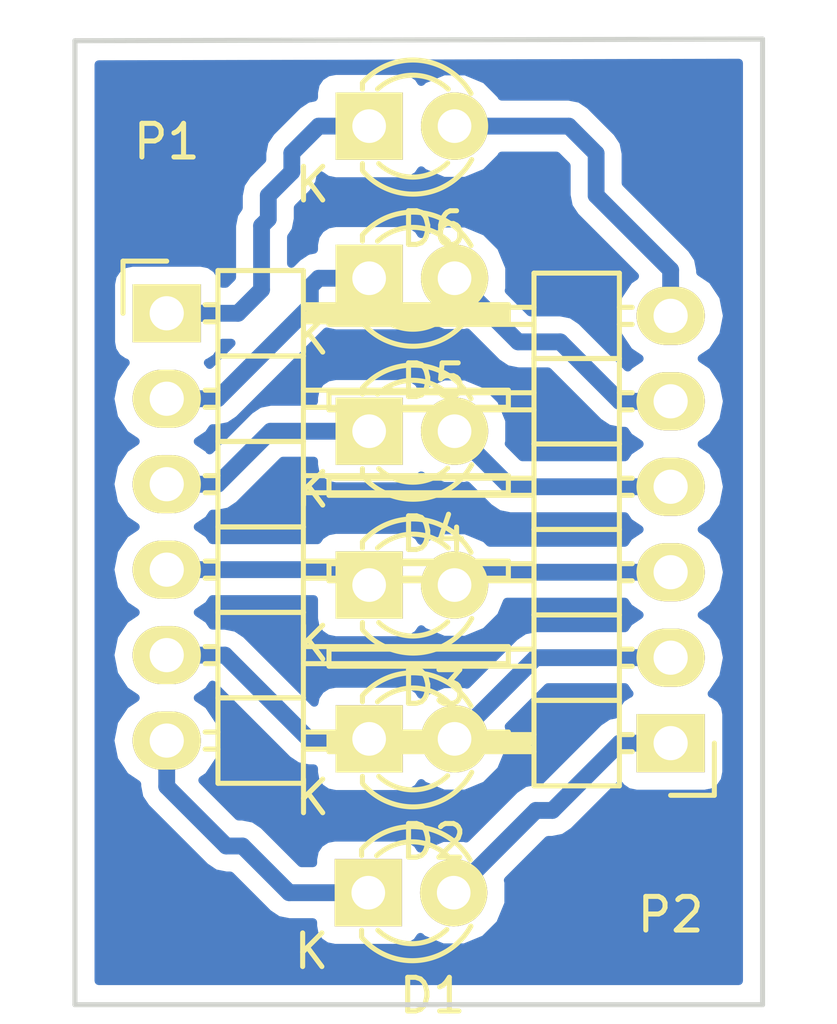
<source format=kicad_pcb>
(kicad_pcb (version 4) (host pcbnew "(2015-10-16 BZR 6271, Git 9aba2f2)-product")

  (general
    (links 12)
    (no_connects 0)
    (area 140.374999 91.774999 160.975001 120.625001)
    (thickness 1.6)
    (drawings 4)
    (tracks 47)
    (zones 0)
    (modules 8)
    (nets 13)
  )

  (page A4)
  (layers
    (0 F.Cu signal)
    (31 B.Cu signal)
    (32 B.Adhes user)
    (33 F.Adhes user)
    (34 B.Paste user)
    (35 F.Paste user)
    (36 B.SilkS user)
    (37 F.SilkS user)
    (38 B.Mask user)
    (39 F.Mask user)
    (40 Dwgs.User user)
    (41 Cmts.User user)
    (42 Eco1.User user)
    (43 Eco2.User user)
    (44 Edge.Cuts user)
    (45 Margin user)
    (46 B.CrtYd user)
    (47 F.CrtYd user)
    (48 B.Fab user)
    (49 F.Fab user)
  )

  (setup
    (last_trace_width 0.5)
    (user_trace_width 0.5)
    (trace_clearance 0.2)
    (zone_clearance 0.508)
    (zone_45_only no)
    (trace_min 0.2)
    (segment_width 0.2)
    (edge_width 0.15)
    (via_size 0.6)
    (via_drill 0.4)
    (via_min_size 0.4)
    (via_min_drill 0.3)
    (uvia_size 0.3)
    (uvia_drill 0.1)
    (uvias_allowed no)
    (uvia_min_size 0.2)
    (uvia_min_drill 0.1)
    (pcb_text_width 0.3)
    (pcb_text_size 1.5 1.5)
    (mod_edge_width 0.15)
    (mod_text_size 1 1)
    (mod_text_width 0.15)
    (pad_size 1.524 1.524)
    (pad_drill 0.762)
    (pad_to_mask_clearance 0.2)
    (aux_axis_origin 0 0)
    (visible_elements FFFFEF7F)
    (pcbplotparams
      (layerselection 0x010f0_80000001)
      (usegerberextensions false)
      (excludeedgelayer true)
      (linewidth 0.100000)
      (plotframeref false)
      (viasonmask false)
      (mode 1)
      (useauxorigin false)
      (hpglpennumber 1)
      (hpglpenspeed 20)
      (hpglpendiameter 15)
      (hpglpenoverlay 2)
      (psnegative false)
      (psa4output false)
      (plotreference true)
      (plotvalue true)
      (plotinvisibletext false)
      (padsonsilk false)
      (subtractmaskfromsilk false)
      (outputformat 1)
      (mirror false)
      (drillshape 0)
      (scaleselection 1)
      (outputdirectory /home/achmadi/Documents/To-Fabrikasi/led/drill_millimeter/))
  )

  (net 0 "")
  (net 1 "Net-(D1-Pad1)")
  (net 2 "Net-(D1-Pad2)")
  (net 3 "Net-(D2-Pad1)")
  (net 4 "Net-(D2-Pad2)")
  (net 5 "Net-(D3-Pad1)")
  (net 6 "Net-(D3-Pad2)")
  (net 7 "Net-(D4-Pad1)")
  (net 8 "Net-(D4-Pad2)")
  (net 9 "Net-(D5-Pad1)")
  (net 10 "Net-(D5-Pad2)")
  (net 11 "Net-(D6-Pad1)")
  (net 12 "Net-(D6-Pad2)")

  (net_class Default "This is the default net class."
    (clearance 0.2)
    (trace_width 0.25)
    (via_dia 0.6)
    (via_drill 0.4)
    (uvia_dia 0.3)
    (uvia_drill 0.1)
    (add_net "Net-(D1-Pad1)")
    (add_net "Net-(D1-Pad2)")
    (add_net "Net-(D2-Pad1)")
    (add_net "Net-(D2-Pad2)")
    (add_net "Net-(D3-Pad1)")
    (add_net "Net-(D3-Pad2)")
    (add_net "Net-(D4-Pad1)")
    (add_net "Net-(D4-Pad2)")
    (add_net "Net-(D5-Pad1)")
    (add_net "Net-(D5-Pad2)")
    (add_net "Net-(D6-Pad1)")
    (add_net "Net-(D6-Pad2)")
  )

  (module LEDs:LED-3MM (layer F.Cu) (tedit 559B82F6) (tstamp 5639DFB2)
    (at 149.1742 117.221)
    (descr "LED 3mm round vertical")
    (tags "LED  3mm round vertical")
    (path /5639DE44)
    (fp_text reference D1 (at 1.91 3.06) (layer F.SilkS)
      (effects (font (size 1 1) (thickness 0.15)))
    )
    (fp_text value LED (at 1.3 -2.9) (layer F.Fab)
      (effects (font (size 1 1) (thickness 0.15)))
    )
    (fp_line (start -1.2 2.3) (end 3.8 2.3) (layer F.CrtYd) (width 0.05))
    (fp_line (start 3.8 2.3) (end 3.8 -2.2) (layer F.CrtYd) (width 0.05))
    (fp_line (start 3.8 -2.2) (end -1.2 -2.2) (layer F.CrtYd) (width 0.05))
    (fp_line (start -1.2 -2.2) (end -1.2 2.3) (layer F.CrtYd) (width 0.05))
    (fp_line (start -0.199 1.314) (end -0.199 1.114) (layer F.SilkS) (width 0.15))
    (fp_line (start -0.199 -1.28) (end -0.199 -1.1) (layer F.SilkS) (width 0.15))
    (fp_arc (start 1.301 0.034) (end -0.199 -1.286) (angle 108.5) (layer F.SilkS) (width 0.15))
    (fp_arc (start 1.301 0.034) (end 0.25 -1.1) (angle 85.7) (layer F.SilkS) (width 0.15))
    (fp_arc (start 1.311 0.034) (end 3.051 0.994) (angle 110) (layer F.SilkS) (width 0.15))
    (fp_arc (start 1.301 0.034) (end 2.335 1.094) (angle 87.5) (layer F.SilkS) (width 0.15))
    (fp_text user K (at -1.69 1.74) (layer F.SilkS)
      (effects (font (size 1 1) (thickness 0.15)))
    )
    (pad 1 thru_hole rect (at 0 0 90) (size 2 2) (drill 1.00076) (layers *.Cu *.Mask F.SilkS)
      (net 1 "Net-(D1-Pad1)"))
    (pad 2 thru_hole circle (at 2.54 0) (size 2 2) (drill 1.00076) (layers *.Cu *.Mask F.SilkS)
      (net 2 "Net-(D1-Pad2)"))
    (model LEDs.3dshapes/LED-3MM.wrl
      (at (xyz 0.05 0 0))
      (scale (xyz 1 1 1))
      (rotate (xyz 0 0 90))
    )
  )

  (module LEDs:LED-3MM (layer F.Cu) (tedit 559B82F6) (tstamp 5639DFB8)
    (at 149.1996 112.649)
    (descr "LED 3mm round vertical")
    (tags "LED  3mm round vertical")
    (path /5639DFA0)
    (fp_text reference D2 (at 1.91 3.06) (layer F.SilkS)
      (effects (font (size 1 1) (thickness 0.15)))
    )
    (fp_text value LED (at 1.3 -2.9) (layer F.Fab)
      (effects (font (size 1 1) (thickness 0.15)))
    )
    (fp_line (start -1.2 2.3) (end 3.8 2.3) (layer F.CrtYd) (width 0.05))
    (fp_line (start 3.8 2.3) (end 3.8 -2.2) (layer F.CrtYd) (width 0.05))
    (fp_line (start 3.8 -2.2) (end -1.2 -2.2) (layer F.CrtYd) (width 0.05))
    (fp_line (start -1.2 -2.2) (end -1.2 2.3) (layer F.CrtYd) (width 0.05))
    (fp_line (start -0.199 1.314) (end -0.199 1.114) (layer F.SilkS) (width 0.15))
    (fp_line (start -0.199 -1.28) (end -0.199 -1.1) (layer F.SilkS) (width 0.15))
    (fp_arc (start 1.301 0.034) (end -0.199 -1.286) (angle 108.5) (layer F.SilkS) (width 0.15))
    (fp_arc (start 1.301 0.034) (end 0.25 -1.1) (angle 85.7) (layer F.SilkS) (width 0.15))
    (fp_arc (start 1.311 0.034) (end 3.051 0.994) (angle 110) (layer F.SilkS) (width 0.15))
    (fp_arc (start 1.301 0.034) (end 2.335 1.094) (angle 87.5) (layer F.SilkS) (width 0.15))
    (fp_text user K (at -1.69 1.74) (layer F.SilkS)
      (effects (font (size 1 1) (thickness 0.15)))
    )
    (pad 1 thru_hole rect (at 0 0 90) (size 2 2) (drill 1.00076) (layers *.Cu *.Mask F.SilkS)
      (net 3 "Net-(D2-Pad1)"))
    (pad 2 thru_hole circle (at 2.54 0) (size 2 2) (drill 1.00076) (layers *.Cu *.Mask F.SilkS)
      (net 4 "Net-(D2-Pad2)"))
    (model LEDs.3dshapes/LED-3MM.wrl
      (at (xyz 0.05 0 0))
      (scale (xyz 1 1 1))
      (rotate (xyz 0 0 90))
    )
  )

  (module LEDs:LED-3MM (layer F.Cu) (tedit 559B82F6) (tstamp 5639DFBE)
    (at 149.1996 108.077)
    (descr "LED 3mm round vertical")
    (tags "LED  3mm round vertical")
    (path /5639DFD0)
    (fp_text reference D3 (at 1.91 3.06) (layer F.SilkS)
      (effects (font (size 1 1) (thickness 0.15)))
    )
    (fp_text value LED (at 1.3 -2.9) (layer F.Fab)
      (effects (font (size 1 1) (thickness 0.15)))
    )
    (fp_line (start -1.2 2.3) (end 3.8 2.3) (layer F.CrtYd) (width 0.05))
    (fp_line (start 3.8 2.3) (end 3.8 -2.2) (layer F.CrtYd) (width 0.05))
    (fp_line (start 3.8 -2.2) (end -1.2 -2.2) (layer F.CrtYd) (width 0.05))
    (fp_line (start -1.2 -2.2) (end -1.2 2.3) (layer F.CrtYd) (width 0.05))
    (fp_line (start -0.199 1.314) (end -0.199 1.114) (layer F.SilkS) (width 0.15))
    (fp_line (start -0.199 -1.28) (end -0.199 -1.1) (layer F.SilkS) (width 0.15))
    (fp_arc (start 1.301 0.034) (end -0.199 -1.286) (angle 108.5) (layer F.SilkS) (width 0.15))
    (fp_arc (start 1.301 0.034) (end 0.25 -1.1) (angle 85.7) (layer F.SilkS) (width 0.15))
    (fp_arc (start 1.311 0.034) (end 3.051 0.994) (angle 110) (layer F.SilkS) (width 0.15))
    (fp_arc (start 1.301 0.034) (end 2.335 1.094) (angle 87.5) (layer F.SilkS) (width 0.15))
    (fp_text user K (at -1.69 1.74) (layer F.SilkS)
      (effects (font (size 1 1) (thickness 0.15)))
    )
    (pad 1 thru_hole rect (at 0 0 90) (size 2 2) (drill 1.00076) (layers *.Cu *.Mask F.SilkS)
      (net 5 "Net-(D3-Pad1)"))
    (pad 2 thru_hole circle (at 2.54 0) (size 2 2) (drill 1.00076) (layers *.Cu *.Mask F.SilkS)
      (net 6 "Net-(D3-Pad2)"))
    (model LEDs.3dshapes/LED-3MM.wrl
      (at (xyz 0.05 0 0))
      (scale (xyz 1 1 1))
      (rotate (xyz 0 0 90))
    )
  )

  (module LEDs:LED-3MM (layer F.Cu) (tedit 559B82F6) (tstamp 5639DFC4)
    (at 149.1996 103.505)
    (descr "LED 3mm round vertical")
    (tags "LED  3mm round vertical")
    (path /5639DFF3)
    (fp_text reference D4 (at 1.91 3.06) (layer F.SilkS)
      (effects (font (size 1 1) (thickness 0.15)))
    )
    (fp_text value LED (at 1.3 -2.9) (layer F.Fab)
      (effects (font (size 1 1) (thickness 0.15)))
    )
    (fp_line (start -1.2 2.3) (end 3.8 2.3) (layer F.CrtYd) (width 0.05))
    (fp_line (start 3.8 2.3) (end 3.8 -2.2) (layer F.CrtYd) (width 0.05))
    (fp_line (start 3.8 -2.2) (end -1.2 -2.2) (layer F.CrtYd) (width 0.05))
    (fp_line (start -1.2 -2.2) (end -1.2 2.3) (layer F.CrtYd) (width 0.05))
    (fp_line (start -0.199 1.314) (end -0.199 1.114) (layer F.SilkS) (width 0.15))
    (fp_line (start -0.199 -1.28) (end -0.199 -1.1) (layer F.SilkS) (width 0.15))
    (fp_arc (start 1.301 0.034) (end -0.199 -1.286) (angle 108.5) (layer F.SilkS) (width 0.15))
    (fp_arc (start 1.301 0.034) (end 0.25 -1.1) (angle 85.7) (layer F.SilkS) (width 0.15))
    (fp_arc (start 1.311 0.034) (end 3.051 0.994) (angle 110) (layer F.SilkS) (width 0.15))
    (fp_arc (start 1.301 0.034) (end 2.335 1.094) (angle 87.5) (layer F.SilkS) (width 0.15))
    (fp_text user K (at -1.69 1.74) (layer F.SilkS)
      (effects (font (size 1 1) (thickness 0.15)))
    )
    (pad 1 thru_hole rect (at 0 0 90) (size 2 2) (drill 1.00076) (layers *.Cu *.Mask F.SilkS)
      (net 7 "Net-(D4-Pad1)"))
    (pad 2 thru_hole circle (at 2.54 0) (size 2 2) (drill 1.00076) (layers *.Cu *.Mask F.SilkS)
      (net 8 "Net-(D4-Pad2)"))
    (model LEDs.3dshapes/LED-3MM.wrl
      (at (xyz 0.05 0 0))
      (scale (xyz 1 1 1))
      (rotate (xyz 0 0 90))
    )
  )

  (module LEDs:LED-3MM (layer F.Cu) (tedit 559B82F6) (tstamp 5639DFCA)
    (at 149.1996 98.9584)
    (descr "LED 3mm round vertical")
    (tags "LED  3mm round vertical")
    (path /5639E017)
    (fp_text reference D5 (at 1.91 3.06) (layer F.SilkS)
      (effects (font (size 1 1) (thickness 0.15)))
    )
    (fp_text value LED (at 1.3 -2.9) (layer F.Fab)
      (effects (font (size 1 1) (thickness 0.15)))
    )
    (fp_line (start -1.2 2.3) (end 3.8 2.3) (layer F.CrtYd) (width 0.05))
    (fp_line (start 3.8 2.3) (end 3.8 -2.2) (layer F.CrtYd) (width 0.05))
    (fp_line (start 3.8 -2.2) (end -1.2 -2.2) (layer F.CrtYd) (width 0.05))
    (fp_line (start -1.2 -2.2) (end -1.2 2.3) (layer F.CrtYd) (width 0.05))
    (fp_line (start -0.199 1.314) (end -0.199 1.114) (layer F.SilkS) (width 0.15))
    (fp_line (start -0.199 -1.28) (end -0.199 -1.1) (layer F.SilkS) (width 0.15))
    (fp_arc (start 1.301 0.034) (end -0.199 -1.286) (angle 108.5) (layer F.SilkS) (width 0.15))
    (fp_arc (start 1.301 0.034) (end 0.25 -1.1) (angle 85.7) (layer F.SilkS) (width 0.15))
    (fp_arc (start 1.311 0.034) (end 3.051 0.994) (angle 110) (layer F.SilkS) (width 0.15))
    (fp_arc (start 1.301 0.034) (end 2.335 1.094) (angle 87.5) (layer F.SilkS) (width 0.15))
    (fp_text user K (at -1.69 1.74) (layer F.SilkS)
      (effects (font (size 1 1) (thickness 0.15)))
    )
    (pad 1 thru_hole rect (at 0 0 90) (size 2 2) (drill 1.00076) (layers *.Cu *.Mask F.SilkS)
      (net 9 "Net-(D5-Pad1)"))
    (pad 2 thru_hole circle (at 2.54 0) (size 2 2) (drill 1.00076) (layers *.Cu *.Mask F.SilkS)
      (net 10 "Net-(D5-Pad2)"))
    (model LEDs.3dshapes/LED-3MM.wrl
      (at (xyz 0.05 0 0))
      (scale (xyz 1 1 1))
      (rotate (xyz 0 0 90))
    )
  )

  (module LEDs:LED-3MM (layer F.Cu) (tedit 559B82F6) (tstamp 5639DFD0)
    (at 149.1996 94.4372)
    (descr "LED 3mm round vertical")
    (tags "LED  3mm round vertical")
    (path /5639E496)
    (fp_text reference D6 (at 1.91 3.06) (layer F.SilkS)
      (effects (font (size 1 1) (thickness 0.15)))
    )
    (fp_text value LED (at 1.3 -2.9) (layer F.Fab)
      (effects (font (size 1 1) (thickness 0.15)))
    )
    (fp_line (start -1.2 2.3) (end 3.8 2.3) (layer F.CrtYd) (width 0.05))
    (fp_line (start 3.8 2.3) (end 3.8 -2.2) (layer F.CrtYd) (width 0.05))
    (fp_line (start 3.8 -2.2) (end -1.2 -2.2) (layer F.CrtYd) (width 0.05))
    (fp_line (start -1.2 -2.2) (end -1.2 2.3) (layer F.CrtYd) (width 0.05))
    (fp_line (start -0.199 1.314) (end -0.199 1.114) (layer F.SilkS) (width 0.15))
    (fp_line (start -0.199 -1.28) (end -0.199 -1.1) (layer F.SilkS) (width 0.15))
    (fp_arc (start 1.301 0.034) (end -0.199 -1.286) (angle 108.5) (layer F.SilkS) (width 0.15))
    (fp_arc (start 1.301 0.034) (end 0.25 -1.1) (angle 85.7) (layer F.SilkS) (width 0.15))
    (fp_arc (start 1.311 0.034) (end 3.051 0.994) (angle 110) (layer F.SilkS) (width 0.15))
    (fp_arc (start 1.301 0.034) (end 2.335 1.094) (angle 87.5) (layer F.SilkS) (width 0.15))
    (fp_text user K (at -1.69 1.74) (layer F.SilkS)
      (effects (font (size 1 1) (thickness 0.15)))
    )
    (pad 1 thru_hole rect (at 0 0 90) (size 2 2) (drill 1.00076) (layers *.Cu *.Mask F.SilkS)
      (net 11 "Net-(D6-Pad1)"))
    (pad 2 thru_hole circle (at 2.54 0) (size 2 2) (drill 1.00076) (layers *.Cu *.Mask F.SilkS)
      (net 12 "Net-(D6-Pad2)"))
    (model LEDs.3dshapes/LED-3MM.wrl
      (at (xyz 0.05 0 0))
      (scale (xyz 1 1 1))
      (rotate (xyz 0 0 90))
    )
  )

  (module Pin_Headers:Pin_Header_Angled_1x06 (layer F.Cu) (tedit 0) (tstamp 5639DFE4)
    (at 158.1658 112.776 180)
    (descr "Through hole pin header")
    (tags "pin header")
    (path /5639E0B8)
    (fp_text reference P2 (at 0 -5.1 180) (layer F.SilkS)
      (effects (font (size 1 1) (thickness 0.15)))
    )
    (fp_text value CONN_01X06 (at 0 -3.1 180) (layer F.Fab)
      (effects (font (size 1 1) (thickness 0.15)))
    )
    (fp_line (start -1.5 -1.75) (end -1.5 14.45) (layer F.CrtYd) (width 0.05))
    (fp_line (start 10.65 -1.75) (end 10.65 14.45) (layer F.CrtYd) (width 0.05))
    (fp_line (start -1.5 -1.75) (end 10.65 -1.75) (layer F.CrtYd) (width 0.05))
    (fp_line (start -1.5 14.45) (end 10.65 14.45) (layer F.CrtYd) (width 0.05))
    (fp_line (start -1.3 -1.55) (end -1.3 0) (layer F.SilkS) (width 0.15))
    (fp_line (start 0 -1.55) (end -1.3 -1.55) (layer F.SilkS) (width 0.15))
    (fp_line (start 4.191 -0.127) (end 10.033 -0.127) (layer F.SilkS) (width 0.15))
    (fp_line (start 10.033 -0.127) (end 10.033 0.127) (layer F.SilkS) (width 0.15))
    (fp_line (start 10.033 0.127) (end 4.191 0.127) (layer F.SilkS) (width 0.15))
    (fp_line (start 4.191 0.127) (end 4.191 0) (layer F.SilkS) (width 0.15))
    (fp_line (start 4.191 0) (end 10.033 0) (layer F.SilkS) (width 0.15))
    (fp_line (start 1.524 -0.254) (end 1.143 -0.254) (layer F.SilkS) (width 0.15))
    (fp_line (start 1.524 0.254) (end 1.143 0.254) (layer F.SilkS) (width 0.15))
    (fp_line (start 1.524 2.286) (end 1.143 2.286) (layer F.SilkS) (width 0.15))
    (fp_line (start 1.524 2.794) (end 1.143 2.794) (layer F.SilkS) (width 0.15))
    (fp_line (start 1.524 4.826) (end 1.143 4.826) (layer F.SilkS) (width 0.15))
    (fp_line (start 1.524 5.334) (end 1.143 5.334) (layer F.SilkS) (width 0.15))
    (fp_line (start 1.524 12.954) (end 1.143 12.954) (layer F.SilkS) (width 0.15))
    (fp_line (start 1.524 12.446) (end 1.143 12.446) (layer F.SilkS) (width 0.15))
    (fp_line (start 1.524 10.414) (end 1.143 10.414) (layer F.SilkS) (width 0.15))
    (fp_line (start 1.524 9.906) (end 1.143 9.906) (layer F.SilkS) (width 0.15))
    (fp_line (start 1.524 7.874) (end 1.143 7.874) (layer F.SilkS) (width 0.15))
    (fp_line (start 1.524 7.366) (end 1.143 7.366) (layer F.SilkS) (width 0.15))
    (fp_line (start 1.524 -1.27) (end 4.064 -1.27) (layer F.SilkS) (width 0.15))
    (fp_line (start 1.524 1.27) (end 4.064 1.27) (layer F.SilkS) (width 0.15))
    (fp_line (start 1.524 1.27) (end 1.524 3.81) (layer F.SilkS) (width 0.15))
    (fp_line (start 1.524 3.81) (end 4.064 3.81) (layer F.SilkS) (width 0.15))
    (fp_line (start 4.064 2.286) (end 10.16 2.286) (layer F.SilkS) (width 0.15))
    (fp_line (start 10.16 2.286) (end 10.16 2.794) (layer F.SilkS) (width 0.15))
    (fp_line (start 10.16 2.794) (end 4.064 2.794) (layer F.SilkS) (width 0.15))
    (fp_line (start 4.064 3.81) (end 4.064 1.27) (layer F.SilkS) (width 0.15))
    (fp_line (start 4.064 1.27) (end 4.064 -1.27) (layer F.SilkS) (width 0.15))
    (fp_line (start 10.16 0.254) (end 4.064 0.254) (layer F.SilkS) (width 0.15))
    (fp_line (start 10.16 -0.254) (end 10.16 0.254) (layer F.SilkS) (width 0.15))
    (fp_line (start 4.064 -0.254) (end 10.16 -0.254) (layer F.SilkS) (width 0.15))
    (fp_line (start 1.524 1.27) (end 4.064 1.27) (layer F.SilkS) (width 0.15))
    (fp_line (start 1.524 -1.27) (end 1.524 1.27) (layer F.SilkS) (width 0.15))
    (fp_line (start 1.524 8.89) (end 4.064 8.89) (layer F.SilkS) (width 0.15))
    (fp_line (start 1.524 8.89) (end 1.524 11.43) (layer F.SilkS) (width 0.15))
    (fp_line (start 1.524 11.43) (end 4.064 11.43) (layer F.SilkS) (width 0.15))
    (fp_line (start 4.064 9.906) (end 10.16 9.906) (layer F.SilkS) (width 0.15))
    (fp_line (start 10.16 9.906) (end 10.16 10.414) (layer F.SilkS) (width 0.15))
    (fp_line (start 10.16 10.414) (end 4.064 10.414) (layer F.SilkS) (width 0.15))
    (fp_line (start 4.064 11.43) (end 4.064 8.89) (layer F.SilkS) (width 0.15))
    (fp_line (start 4.064 13.97) (end 4.064 11.43) (layer F.SilkS) (width 0.15))
    (fp_line (start 10.16 12.954) (end 4.064 12.954) (layer F.SilkS) (width 0.15))
    (fp_line (start 10.16 12.446) (end 10.16 12.954) (layer F.SilkS) (width 0.15))
    (fp_line (start 4.064 12.446) (end 10.16 12.446) (layer F.SilkS) (width 0.15))
    (fp_line (start 1.524 13.97) (end 4.064 13.97) (layer F.SilkS) (width 0.15))
    (fp_line (start 1.524 11.43) (end 1.524 13.97) (layer F.SilkS) (width 0.15))
    (fp_line (start 1.524 11.43) (end 4.064 11.43) (layer F.SilkS) (width 0.15))
    (fp_line (start 1.524 6.35) (end 4.064 6.35) (layer F.SilkS) (width 0.15))
    (fp_line (start 1.524 6.35) (end 1.524 8.89) (layer F.SilkS) (width 0.15))
    (fp_line (start 1.524 8.89) (end 4.064 8.89) (layer F.SilkS) (width 0.15))
    (fp_line (start 4.064 7.366) (end 10.16 7.366) (layer F.SilkS) (width 0.15))
    (fp_line (start 10.16 7.366) (end 10.16 7.874) (layer F.SilkS) (width 0.15))
    (fp_line (start 10.16 7.874) (end 4.064 7.874) (layer F.SilkS) (width 0.15))
    (fp_line (start 4.064 8.89) (end 4.064 6.35) (layer F.SilkS) (width 0.15))
    (fp_line (start 4.064 6.35) (end 4.064 3.81) (layer F.SilkS) (width 0.15))
    (fp_line (start 10.16 5.334) (end 4.064 5.334) (layer F.SilkS) (width 0.15))
    (fp_line (start 10.16 4.826) (end 10.16 5.334) (layer F.SilkS) (width 0.15))
    (fp_line (start 4.064 4.826) (end 10.16 4.826) (layer F.SilkS) (width 0.15))
    (fp_line (start 1.524 6.35) (end 4.064 6.35) (layer F.SilkS) (width 0.15))
    (fp_line (start 1.524 3.81) (end 1.524 6.35) (layer F.SilkS) (width 0.15))
    (fp_line (start 1.524 3.81) (end 4.064 3.81) (layer F.SilkS) (width 0.15))
    (pad 1 thru_hole rect (at 0 0 180) (size 2.032 1.7272) (drill 1.016) (layers *.Cu *.Mask F.SilkS)
      (net 2 "Net-(D1-Pad2)"))
    (pad 2 thru_hole oval (at 0 2.54 180) (size 2.032 1.7272) (drill 1.016) (layers *.Cu *.Mask F.SilkS)
      (net 4 "Net-(D2-Pad2)"))
    (pad 3 thru_hole oval (at 0 5.08 180) (size 2.032 1.7272) (drill 1.016) (layers *.Cu *.Mask F.SilkS)
      (net 6 "Net-(D3-Pad2)"))
    (pad 4 thru_hole oval (at 0 7.62 180) (size 2.032 1.7272) (drill 1.016) (layers *.Cu *.Mask F.SilkS)
      (net 8 "Net-(D4-Pad2)"))
    (pad 5 thru_hole oval (at 0 10.16 180) (size 2.032 1.7272) (drill 1.016) (layers *.Cu *.Mask F.SilkS)
      (net 10 "Net-(D5-Pad2)"))
    (pad 6 thru_hole oval (at 0 12.7 180) (size 2.032 1.7272) (drill 1.016) (layers *.Cu *.Mask F.SilkS)
      (net 12 "Net-(D6-Pad2)"))
    (model Pin_Headers.3dshapes/Pin_Header_Angled_1x06.wrl
      (at (xyz 0 -0.25 0))
      (scale (xyz 1 1 1))
      (rotate (xyz 0 0 270))
    )
  )

  (module Pin_Headers:Pin_Header_Angled_1x06 (layer F.Cu) (tedit 0) (tstamp 5639DFDA)
    (at 143.1798 99.9998)
    (descr "Through hole pin header")
    (tags "pin header")
    (path /5639DEFB)
    (fp_text reference P1 (at 0 -5.1) (layer F.SilkS)
      (effects (font (size 1 1) (thickness 0.15)))
    )
    (fp_text value CONN_01X06 (at 0 -3.1) (layer F.Fab)
      (effects (font (size 1 1) (thickness 0.15)))
    )
    (fp_line (start -1.5 -1.75) (end -1.5 14.45) (layer F.CrtYd) (width 0.05))
    (fp_line (start 10.65 -1.75) (end 10.65 14.45) (layer F.CrtYd) (width 0.05))
    (fp_line (start -1.5 -1.75) (end 10.65 -1.75) (layer F.CrtYd) (width 0.05))
    (fp_line (start -1.5 14.45) (end 10.65 14.45) (layer F.CrtYd) (width 0.05))
    (fp_line (start -1.3 -1.55) (end -1.3 0) (layer F.SilkS) (width 0.15))
    (fp_line (start 0 -1.55) (end -1.3 -1.55) (layer F.SilkS) (width 0.15))
    (fp_line (start 4.191 -0.127) (end 10.033 -0.127) (layer F.SilkS) (width 0.15))
    (fp_line (start 10.033 -0.127) (end 10.033 0.127) (layer F.SilkS) (width 0.15))
    (fp_line (start 10.033 0.127) (end 4.191 0.127) (layer F.SilkS) (width 0.15))
    (fp_line (start 4.191 0.127) (end 4.191 0) (layer F.SilkS) (width 0.15))
    (fp_line (start 4.191 0) (end 10.033 0) (layer F.SilkS) (width 0.15))
    (fp_line (start 1.524 -0.254) (end 1.143 -0.254) (layer F.SilkS) (width 0.15))
    (fp_line (start 1.524 0.254) (end 1.143 0.254) (layer F.SilkS) (width 0.15))
    (fp_line (start 1.524 2.286) (end 1.143 2.286) (layer F.SilkS) (width 0.15))
    (fp_line (start 1.524 2.794) (end 1.143 2.794) (layer F.SilkS) (width 0.15))
    (fp_line (start 1.524 4.826) (end 1.143 4.826) (layer F.SilkS) (width 0.15))
    (fp_line (start 1.524 5.334) (end 1.143 5.334) (layer F.SilkS) (width 0.15))
    (fp_line (start 1.524 12.954) (end 1.143 12.954) (layer F.SilkS) (width 0.15))
    (fp_line (start 1.524 12.446) (end 1.143 12.446) (layer F.SilkS) (width 0.15))
    (fp_line (start 1.524 10.414) (end 1.143 10.414) (layer F.SilkS) (width 0.15))
    (fp_line (start 1.524 9.906) (end 1.143 9.906) (layer F.SilkS) (width 0.15))
    (fp_line (start 1.524 7.874) (end 1.143 7.874) (layer F.SilkS) (width 0.15))
    (fp_line (start 1.524 7.366) (end 1.143 7.366) (layer F.SilkS) (width 0.15))
    (fp_line (start 1.524 -1.27) (end 4.064 -1.27) (layer F.SilkS) (width 0.15))
    (fp_line (start 1.524 1.27) (end 4.064 1.27) (layer F.SilkS) (width 0.15))
    (fp_line (start 1.524 1.27) (end 1.524 3.81) (layer F.SilkS) (width 0.15))
    (fp_line (start 1.524 3.81) (end 4.064 3.81) (layer F.SilkS) (width 0.15))
    (fp_line (start 4.064 2.286) (end 10.16 2.286) (layer F.SilkS) (width 0.15))
    (fp_line (start 10.16 2.286) (end 10.16 2.794) (layer F.SilkS) (width 0.15))
    (fp_line (start 10.16 2.794) (end 4.064 2.794) (layer F.SilkS) (width 0.15))
    (fp_line (start 4.064 3.81) (end 4.064 1.27) (layer F.SilkS) (width 0.15))
    (fp_line (start 4.064 1.27) (end 4.064 -1.27) (layer F.SilkS) (width 0.15))
    (fp_line (start 10.16 0.254) (end 4.064 0.254) (layer F.SilkS) (width 0.15))
    (fp_line (start 10.16 -0.254) (end 10.16 0.254) (layer F.SilkS) (width 0.15))
    (fp_line (start 4.064 -0.254) (end 10.16 -0.254) (layer F.SilkS) (width 0.15))
    (fp_line (start 1.524 1.27) (end 4.064 1.27) (layer F.SilkS) (width 0.15))
    (fp_line (start 1.524 -1.27) (end 1.524 1.27) (layer F.SilkS) (width 0.15))
    (fp_line (start 1.524 8.89) (end 4.064 8.89) (layer F.SilkS) (width 0.15))
    (fp_line (start 1.524 8.89) (end 1.524 11.43) (layer F.SilkS) (width 0.15))
    (fp_line (start 1.524 11.43) (end 4.064 11.43) (layer F.SilkS) (width 0.15))
    (fp_line (start 4.064 9.906) (end 10.16 9.906) (layer F.SilkS) (width 0.15))
    (fp_line (start 10.16 9.906) (end 10.16 10.414) (layer F.SilkS) (width 0.15))
    (fp_line (start 10.16 10.414) (end 4.064 10.414) (layer F.SilkS) (width 0.15))
    (fp_line (start 4.064 11.43) (end 4.064 8.89) (layer F.SilkS) (width 0.15))
    (fp_line (start 4.064 13.97) (end 4.064 11.43) (layer F.SilkS) (width 0.15))
    (fp_line (start 10.16 12.954) (end 4.064 12.954) (layer F.SilkS) (width 0.15))
    (fp_line (start 10.16 12.446) (end 10.16 12.954) (layer F.SilkS) (width 0.15))
    (fp_line (start 4.064 12.446) (end 10.16 12.446) (layer F.SilkS) (width 0.15))
    (fp_line (start 1.524 13.97) (end 4.064 13.97) (layer F.SilkS) (width 0.15))
    (fp_line (start 1.524 11.43) (end 1.524 13.97) (layer F.SilkS) (width 0.15))
    (fp_line (start 1.524 11.43) (end 4.064 11.43) (layer F.SilkS) (width 0.15))
    (fp_line (start 1.524 6.35) (end 4.064 6.35) (layer F.SilkS) (width 0.15))
    (fp_line (start 1.524 6.35) (end 1.524 8.89) (layer F.SilkS) (width 0.15))
    (fp_line (start 1.524 8.89) (end 4.064 8.89) (layer F.SilkS) (width 0.15))
    (fp_line (start 4.064 7.366) (end 10.16 7.366) (layer F.SilkS) (width 0.15))
    (fp_line (start 10.16 7.366) (end 10.16 7.874) (layer F.SilkS) (width 0.15))
    (fp_line (start 10.16 7.874) (end 4.064 7.874) (layer F.SilkS) (width 0.15))
    (fp_line (start 4.064 8.89) (end 4.064 6.35) (layer F.SilkS) (width 0.15))
    (fp_line (start 4.064 6.35) (end 4.064 3.81) (layer F.SilkS) (width 0.15))
    (fp_line (start 10.16 5.334) (end 4.064 5.334) (layer F.SilkS) (width 0.15))
    (fp_line (start 10.16 4.826) (end 10.16 5.334) (layer F.SilkS) (width 0.15))
    (fp_line (start 4.064 4.826) (end 10.16 4.826) (layer F.SilkS) (width 0.15))
    (fp_line (start 1.524 6.35) (end 4.064 6.35) (layer F.SilkS) (width 0.15))
    (fp_line (start 1.524 3.81) (end 1.524 6.35) (layer F.SilkS) (width 0.15))
    (fp_line (start 1.524 3.81) (end 4.064 3.81) (layer F.SilkS) (width 0.15))
    (pad 1 thru_hole rect (at 0 0) (size 2.032 1.7272) (drill 1.016) (layers *.Cu *.Mask F.SilkS)
      (net 11 "Net-(D6-Pad1)"))
    (pad 2 thru_hole oval (at 0 2.54) (size 2.032 1.7272) (drill 1.016) (layers *.Cu *.Mask F.SilkS)
      (net 9 "Net-(D5-Pad1)"))
    (pad 3 thru_hole oval (at 0 5.08) (size 2.032 1.7272) (drill 1.016) (layers *.Cu *.Mask F.SilkS)
      (net 7 "Net-(D4-Pad1)"))
    (pad 4 thru_hole oval (at 0 7.62) (size 2.032 1.7272) (drill 1.016) (layers *.Cu *.Mask F.SilkS)
      (net 5 "Net-(D3-Pad1)"))
    (pad 5 thru_hole oval (at 0 10.16) (size 2.032 1.7272) (drill 1.016) (layers *.Cu *.Mask F.SilkS)
      (net 3 "Net-(D2-Pad1)"))
    (pad 6 thru_hole oval (at 0 12.7) (size 2.032 1.7272) (drill 1.016) (layers *.Cu *.Mask F.SilkS)
      (net 1 "Net-(D1-Pad1)"))
    (model Pin_Headers.3dshapes/Pin_Header_Angled_1x06.wrl
      (at (xyz 0 -0.25 0))
      (scale (xyz 1 1 1))
      (rotate (xyz 0 0 270))
    )
  )

  (gr_line (start 140.45 120.55) (end 140.45 91.9) (layer Edge.Cuts) (width 0.15))
  (gr_line (start 160.9 120.55) (end 140.45 120.55) (layer Edge.Cuts) (width 0.15))
  (gr_line (start 160.9 91.85) (end 160.9 120.55) (layer Edge.Cuts) (width 0.15))
  (gr_line (start 140.45 91.9) (end 160.9 91.85) (layer Edge.Cuts) (width 0.15))

  (segment (start 145.4336 115.8336) (end 146.821 117.221) (width 0.5) (layer B.Cu) (net 1))
  (segment (start 146.821 117.221) (end 149.1742 117.221) (width 0.5) (layer B.Cu) (net 1))
  (segment (start 144.95 115.8336) (end 145.4336 115.8336) (width 0.5) (layer B.Cu) (net 1))
  (segment (start 143.1798 112.6998) (end 143.1798 114.0634) (width 0.5) (layer B.Cu) (net 1))
  (segment (start 143.1798 114.0634) (end 144.95 115.8336) (width 0.5) (layer B.Cu) (net 1))
  (segment (start 154.65 114.7758) (end 154.1594 114.7758) (width 0.5) (layer B.Cu) (net 2))
  (segment (start 154.1594 114.7758) (end 151.7142 117.221) (width 0.5) (layer B.Cu) (net 2))
  (segment (start 158.1658 112.776) (end 156.6498 112.776) (width 0.5) (layer B.Cu) (net 2))
  (segment (start 156.6498 112.776) (end 154.65 114.7758) (width 0.5) (layer B.Cu) (net 2))
  (segment (start 144.9098 110.1598) (end 147.399 112.649) (width 0.5) (layer B.Cu) (net 3))
  (segment (start 147.399 112.649) (end 149.1996 112.649) (width 0.5) (layer B.Cu) (net 3))
  (segment (start 143.1798 110.1598) (end 144.9098 110.1598) (width 0.5) (layer B.Cu) (net 3))
  (segment (start 158.1658 110.236) (end 154.1526 110.236) (width 0.5) (layer B.Cu) (net 4))
  (segment (start 154.1526 110.236) (end 151.7396 112.649) (width 0.5) (layer B.Cu) (net 4))
  (segment (start 143.1798 107.6198) (end 148.7424 107.6198) (width 0.5) (layer B.Cu) (net 5))
  (segment (start 148.7424 107.6198) (end 149.1996 108.077) (width 0.5) (layer B.Cu) (net 5))
  (segment (start 158.1658 107.696) (end 152.1206 107.696) (width 0.5) (layer B.Cu) (net 6))
  (segment (start 152.1206 107.696) (end 151.7396 108.077) (width 0.5) (layer B.Cu) (net 6))
  (segment (start 143.1798 105.0798) (end 144.6958 105.0798) (width 0.5) (layer B.Cu) (net 7))
  (segment (start 144.6958 105.0798) (end 146.2706 103.505) (width 0.5) (layer B.Cu) (net 7))
  (segment (start 146.2706 103.505) (end 149.1996 103.505) (width 0.5) (layer B.Cu) (net 7))
  (segment (start 158.1658 105.156) (end 153.3906 105.156) (width 0.5) (layer B.Cu) (net 8))
  (segment (start 153.3906 105.156) (end 151.7396 103.505) (width 0.5) (layer B.Cu) (net 8))
  (segment (start 147.45 99.7856) (end 147.45 99.208) (width 0.5) (layer B.Cu) (net 9))
  (segment (start 147.45 99.208) (end 147.6996 98.9584) (width 0.5) (layer B.Cu) (net 9))
  (segment (start 147.6996 98.9584) (end 149.1996 98.9584) (width 0.5) (layer B.Cu) (net 9))
  (segment (start 143.1798 102.5398) (end 144.6958 102.5398) (width 0.5) (layer B.Cu) (net 9))
  (segment (start 144.6958 102.5398) (end 147.45 99.7856) (width 0.5) (layer B.Cu) (net 9))
  (segment (start 154.8838 100.85) (end 153.6312 100.85) (width 0.5) (layer B.Cu) (net 10))
  (segment (start 153.6312 100.85) (end 151.7396 98.9584) (width 0.5) (layer B.Cu) (net 10))
  (segment (start 158.1658 102.616) (end 156.6498 102.616) (width 0.5) (layer B.Cu) (net 10))
  (segment (start 156.6498 102.616) (end 154.8838 100.85) (width 0.5) (layer B.Cu) (net 10))
  (segment (start 143.1798 99.9998) (end 145.3002 99.9998) (width 0.5) (layer B.Cu) (net 11))
  (segment (start 145.3002 99.9998) (end 146 99.3) (width 0.5) (layer B.Cu) (net 11))
  (segment (start 146 99.3) (end 146 97.4) (width 0.5) (layer B.Cu) (net 11))
  (segment (start 146.9 95.2368) (end 147.6996 94.4372) (width 0.5) (layer B.Cu) (net 11))
  (segment (start 146 97.4) (end 146.2 97.2) (width 0.5) (layer B.Cu) (net 11))
  (segment (start 146.2 97.2) (end 146.2 96.5) (width 0.5) (layer B.Cu) (net 11))
  (segment (start 146.2 96.5) (end 146.9 95.8) (width 0.5) (layer B.Cu) (net 11))
  (segment (start 146.9 95.8) (end 146.9 95.2368) (width 0.5) (layer B.Cu) (net 11))
  (segment (start 147.6996 94.4372) (end 149.1996 94.4372) (width 0.5) (layer B.Cu) (net 11))
  (segment (start 143.1798 99.9998) (end 144.6958 99.9998) (width 0.5) (layer B.Cu) (net 11))
  (segment (start 155.95 95.25) (end 155.1372 94.4372) (width 0.5) (layer B.Cu) (net 12))
  (segment (start 155.1372 94.4372) (end 151.7396 94.4372) (width 0.5) (layer B.Cu) (net 12))
  (segment (start 155.95 96.4966) (end 155.95 95.25) (width 0.5) (layer B.Cu) (net 12))
  (segment (start 158.1658 100.076) (end 158.1658 98.7124) (width 0.5) (layer B.Cu) (net 12))
  (segment (start 158.1658 98.7124) (end 155.95 96.4966) (width 0.5) (layer B.Cu) (net 12))

  (zone (net 0) (net_name "") (layer B.Cu) (tstamp 0) (hatch edge 0.508)
    (connect_pads (clearance 0.508))
    (min_thickness 0.254)
    (fill yes (arc_segments 16) (thermal_gap 0.508) (thermal_bridge_width 0.508))
    (polygon
      (pts
        (xy 140.45 91.9) (xy 160.9 91.9) (xy 160.9 120.55) (xy 140.55 120.55)
      )
    )
    (filled_polygon
      (pts
        (xy 160.19 119.84) (xy 141.16 119.84) (xy 141.16 102.5398) (xy 141.496455 102.5398) (xy 141.610529 103.113289)
        (xy 141.935385 103.59947) (xy 142.250166 103.8098) (xy 141.935385 104.02013) (xy 141.610529 104.506311) (xy 141.496455 105.0798)
        (xy 141.610529 105.653289) (xy 141.935385 106.13947) (xy 142.250166 106.3498) (xy 141.935385 106.56013) (xy 141.610529 107.046311)
        (xy 141.496455 107.6198) (xy 141.610529 108.193289) (xy 141.935385 108.67947) (xy 142.250166 108.8898) (xy 141.935385 109.10013)
        (xy 141.610529 109.586311) (xy 141.496455 110.1598) (xy 141.610529 110.733289) (xy 141.935385 111.21947) (xy 142.250166 111.4298)
        (xy 141.935385 111.64013) (xy 141.610529 112.126311) (xy 141.496455 112.6998) (xy 141.610529 113.273289) (xy 141.935385 113.75947)
        (xy 142.2948 113.999624) (xy 142.2948 114.063395) (xy 142.294799 114.0634) (xy 142.331008 114.245431) (xy 142.362167 114.402075)
        (xy 142.55401 114.68919) (xy 144.324208 116.459387) (xy 144.32421 116.45939) (xy 144.611325 116.651233) (xy 144.667516 116.66241)
        (xy 144.95 116.718601) (xy 144.950005 116.7186) (xy 145.06702 116.7186) (xy 146.195208 117.846787) (xy 146.19521 117.84679)
        (xy 146.482325 118.038633) (xy 146.538516 118.04981) (xy 146.821 118.106001) (xy 146.821005 118.106) (xy 147.52676 118.106)
        (xy 147.52676 118.221) (xy 147.571038 118.456317) (xy 147.71011 118.672441) (xy 147.92231 118.817431) (xy 148.1742 118.86844)
        (xy 150.1742 118.86844) (xy 150.409517 118.824162) (xy 150.625641 118.68509) (xy 150.72311 118.542439) (xy 150.786837 118.606278)
        (xy 151.387552 118.855716) (xy 152.037995 118.856284) (xy 152.639143 118.607894) (xy 153.099478 118.148363) (xy 153.348916 117.547648)
        (xy 153.349484 116.897205) (xy 153.331968 116.854812) (xy 154.525979 115.6608) (xy 154.649995 115.6608) (xy 154.65 115.660801)
        (xy 154.932484 115.60461) (xy 154.988675 115.593433) (xy 155.27579 115.40159) (xy 156.646802 114.030577) (xy 156.68571 114.091041)
        (xy 156.89791 114.236031) (xy 157.1498 114.28704) (xy 159.1818 114.28704) (xy 159.417117 114.242762) (xy 159.633241 114.10369)
        (xy 159.778231 113.89149) (xy 159.82924 113.6396) (xy 159.82924 111.9124) (xy 159.784962 111.677083) (xy 159.64589 111.460959)
        (xy 159.43369 111.315969) (xy 159.392361 111.3076) (xy 159.410215 111.29567) (xy 159.735071 110.809489) (xy 159.849145 110.236)
        (xy 159.735071 109.662511) (xy 159.410215 109.17633) (xy 159.095434 108.966) (xy 159.410215 108.75567) (xy 159.735071 108.269489)
        (xy 159.849145 107.696) (xy 159.735071 107.122511) (xy 159.410215 106.63633) (xy 159.095434 106.426) (xy 159.410215 106.21567)
        (xy 159.735071 105.729489) (xy 159.849145 105.156) (xy 159.735071 104.582511) (xy 159.410215 104.09633) (xy 159.095434 103.886)
        (xy 159.410215 103.67567) (xy 159.735071 103.189489) (xy 159.849145 102.616) (xy 159.735071 102.042511) (xy 159.410215 101.55633)
        (xy 159.095434 101.346) (xy 159.410215 101.13567) (xy 159.735071 100.649489) (xy 159.849145 100.076) (xy 159.735071 99.502511)
        (xy 159.410215 99.01633) (xy 159.0508 98.776176) (xy 159.0508 98.7124) (xy 158.983433 98.373725) (xy 158.79159 98.08661)
        (xy 158.791587 98.086608) (xy 156.835 96.13002) (xy 156.835 95.250005) (xy 156.835001 95.25) (xy 156.767633 94.911326)
        (xy 156.767633 94.911325) (xy 156.57579 94.62421) (xy 156.575787 94.624208) (xy 155.76299 93.81141) (xy 155.475875 93.619567)
        (xy 155.419684 93.60839) (xy 155.1372 93.552199) (xy 155.137195 93.5522) (xy 153.142998 93.5522) (xy 153.126494 93.512257)
        (xy 152.666963 93.051922) (xy 152.066248 92.802484) (xy 151.415805 92.801916) (xy 150.814657 93.050306) (xy 150.748026 93.116821)
        (xy 150.66369 92.985759) (xy 150.45149 92.840769) (xy 150.1996 92.78976) (xy 148.1996 92.78976) (xy 147.964283 92.834038)
        (xy 147.748159 92.97311) (xy 147.603169 93.18531) (xy 147.55216 93.4372) (xy 147.55216 93.581527) (xy 147.360925 93.619567)
        (xy 147.07381 93.81141) (xy 147.073808 93.811413) (xy 146.27421 94.61101) (xy 146.082367 94.898125) (xy 146.082367 94.898126)
        (xy 146.014999 95.2368) (xy 146.015 95.236805) (xy 146.015 95.433421) (xy 145.57421 95.87421) (xy 145.382367 96.161325)
        (xy 145.382367 96.161326) (xy 145.314999 96.5) (xy 145.315 96.500005) (xy 145.315 96.862825) (xy 145.182367 97.061325)
        (xy 145.182367 97.061326) (xy 145.114999 97.4) (xy 145.115 97.400005) (xy 145.115 98.933421) (xy 144.93362 99.1148)
        (xy 144.839213 99.1148) (xy 144.798962 98.900883) (xy 144.65989 98.684759) (xy 144.44769 98.539769) (xy 144.1958 98.48876)
        (xy 142.1638 98.48876) (xy 141.928483 98.533038) (xy 141.712359 98.67211) (xy 141.567369 98.88431) (xy 141.51636 99.1362)
        (xy 141.51636 100.8634) (xy 141.560638 101.098717) (xy 141.69971 101.314841) (xy 141.91191 101.459831) (xy 141.953239 101.4682)
        (xy 141.935385 101.48013) (xy 141.610529 101.966311) (xy 141.496455 102.5398) (xy 141.16 102.5398) (xy 141.16 92.608266)
        (xy 160.19 92.561738)
      )
    )
    (filled_polygon
      (pts
        (xy 146.773208 113.274787) (xy 146.77321 113.27479) (xy 147.016889 113.43761) (xy 147.060325 113.466633) (xy 147.399 113.534)
        (xy 147.55216 113.534) (xy 147.55216 113.649) (xy 147.596438 113.884317) (xy 147.73551 114.100441) (xy 147.94771 114.245431)
        (xy 148.1996 114.29644) (xy 150.1996 114.29644) (xy 150.434917 114.252162) (xy 150.651041 114.11309) (xy 150.74851 113.970439)
        (xy 150.812237 114.034278) (xy 151.412952 114.283716) (xy 152.063395 114.284284) (xy 152.664543 114.035894) (xy 153.124878 113.576363)
        (xy 153.374316 112.975648) (xy 153.374884 112.325205) (xy 153.357368 112.282812) (xy 154.519179 111.121) (xy 156.804674 111.121)
        (xy 156.921385 111.29567) (xy 156.935713 111.305243) (xy 156.914483 111.309238) (xy 156.698359 111.44831) (xy 156.553369 111.66051)
        (xy 156.50236 111.9124) (xy 156.50236 111.920327) (xy 156.311125 111.958367) (xy 156.02401 112.15021) (xy 156.024008 112.150213)
        (xy 154.28342 113.8908) (xy 154.159405 113.8908) (xy 154.1594 113.890799) (xy 153.876916 113.94699) (xy 153.820725 113.958167)
        (xy 153.53361 114.15001) (xy 153.533608 114.150013) (xy 152.080763 115.602858) (xy 152.040848 115.586284) (xy 151.390405 115.585716)
        (xy 150.789257 115.834106) (xy 150.722626 115.900621) (xy 150.63829 115.769559) (xy 150.42609 115.624569) (xy 150.1742 115.57356)
        (xy 148.1742 115.57356) (xy 147.938883 115.617838) (xy 147.722759 115.75691) (xy 147.577769 115.96911) (xy 147.52676 116.221)
        (xy 147.52676 116.336) (xy 147.187579 116.336) (xy 146.05939 115.20781) (xy 145.919702 115.114474) (xy 145.772275 115.015967)
        (xy 145.716084 115.00479) (xy 145.4336 114.948599) (xy 145.433595 114.9486) (xy 145.316579 114.9486) (xy 144.246317 113.878338)
        (xy 144.424215 113.75947) (xy 144.749071 113.273289) (xy 144.863145 112.6998) (xy 144.749071 112.126311) (xy 144.424215 111.64013)
        (xy 144.109434 111.4298) (xy 144.424215 111.21947) (xy 144.540926 111.0448) (xy 144.54322 111.0448)
      )
    )
    (filled_polygon
      (pts
        (xy 147.55216 109.077) (xy 147.596438 109.312317) (xy 147.73551 109.528441) (xy 147.94771 109.673431) (xy 148.1996 109.72444)
        (xy 150.1996 109.72444) (xy 150.434917 109.680162) (xy 150.651041 109.54109) (xy 150.74851 109.398439) (xy 150.812237 109.462278)
        (xy 151.412952 109.711716) (xy 152.063395 109.712284) (xy 152.664543 109.463894) (xy 153.124878 109.004363) (xy 153.300673 108.581)
        (xy 156.804674 108.581) (xy 156.921385 108.75567) (xy 157.236166 108.966) (xy 156.921385 109.17633) (xy 156.804674 109.351)
        (xy 154.1526 109.351) (xy 153.813925 109.418367) (xy 153.52681 109.61021) (xy 153.526808 109.610213) (xy 152.106163 111.030858)
        (xy 152.066248 111.014284) (xy 151.415805 111.013716) (xy 150.814657 111.262106) (xy 150.748026 111.328621) (xy 150.66369 111.197559)
        (xy 150.45149 111.052569) (xy 150.1996 111.00156) (xy 148.1996 111.00156) (xy 147.964283 111.045838) (xy 147.748159 111.18491)
        (xy 147.603169 111.39711) (xy 147.568734 111.567155) (xy 145.53559 109.53401) (xy 145.430653 109.463894) (xy 145.248475 109.342167)
        (xy 145.192284 109.33099) (xy 144.9098 109.274799) (xy 144.909795 109.2748) (xy 144.540926 109.2748) (xy 144.424215 109.10013)
        (xy 144.109434 108.8898) (xy 144.424215 108.67947) (xy 144.540926 108.5048) (xy 147.55216 108.5048)
      )
    )
    (filled_polygon
      (pts
        (xy 147.55216 104.505) (xy 147.596438 104.740317) (xy 147.73551 104.956441) (xy 147.94771 105.101431) (xy 148.1996 105.15244)
        (xy 150.1996 105.15244) (xy 150.434917 105.108162) (xy 150.651041 104.96909) (xy 150.74851 104.826439) (xy 150.812237 104.890278)
        (xy 151.412952 105.139716) (xy 152.063395 105.140284) (xy 152.105788 105.122767) (xy 152.764808 105.781787) (xy 152.76481 105.78179)
        (xy 152.937883 105.897433) (xy 153.051926 105.973634) (xy 153.3906 106.041001) (xy 153.390605 106.041) (xy 156.804674 106.041)
        (xy 156.921385 106.21567) (xy 157.236166 106.426) (xy 156.921385 106.63633) (xy 156.804674 106.811) (xy 152.786033 106.811)
        (xy 152.666963 106.691722) (xy 152.066248 106.442284) (xy 151.415805 106.441716) (xy 150.814657 106.690106) (xy 150.748026 106.756621)
        (xy 150.66369 106.625559) (xy 150.45149 106.480569) (xy 150.1996 106.42956) (xy 148.1996 106.42956) (xy 147.964283 106.473838)
        (xy 147.748159 106.61291) (xy 147.664875 106.7348) (xy 144.540926 106.7348) (xy 144.424215 106.56013) (xy 144.109434 106.3498)
        (xy 144.424215 106.13947) (xy 144.540926 105.9648) (xy 144.695795 105.9648) (xy 144.6958 105.964801) (xy 144.978284 105.90861)
        (xy 145.034475 105.897433) (xy 145.32159 105.70559) (xy 146.637179 104.39) (xy 147.55216 104.39)
      )
    )
    (filled_polygon
      (pts
        (xy 150.812237 100.343678) (xy 151.412952 100.593116) (xy 152.063395 100.593684) (xy 152.105788 100.576168) (xy 153.005408 101.475787)
        (xy 153.00541 101.47579) (xy 153.292525 101.667633) (xy 153.6312 101.735) (xy 154.51722 101.735) (xy 156.024008 103.241787)
        (xy 156.02401 103.24179) (xy 156.297905 103.4248) (xy 156.311125 103.433633) (xy 156.6498 103.501001) (xy 156.649805 103.501)
        (xy 156.804674 103.501) (xy 156.921385 103.67567) (xy 157.236166 103.886) (xy 156.921385 104.09633) (xy 156.804674 104.271)
        (xy 153.757179 104.271) (xy 153.357742 103.871563) (xy 153.374316 103.831648) (xy 153.374884 103.181205) (xy 153.126494 102.580057)
        (xy 152.666963 102.119722) (xy 152.066248 101.870284) (xy 151.415805 101.869716) (xy 150.814657 102.118106) (xy 150.748026 102.184621)
        (xy 150.66369 102.053559) (xy 150.45149 101.908569) (xy 150.1996 101.85756) (xy 148.1996 101.85756) (xy 147.964283 101.901838)
        (xy 147.748159 102.04091) (xy 147.603169 102.25311) (xy 147.55216 102.505) (xy 147.55216 102.62) (xy 146.270605 102.62)
        (xy 146.2706 102.619999) (xy 145.931926 102.687366) (xy 145.931924 102.687367) (xy 145.931925 102.687367) (xy 145.64481 102.87921)
        (xy 145.644808 102.879213) (xy 144.456128 104.067892) (xy 144.424215 104.02013) (xy 144.109434 103.8098) (xy 144.424215 103.59947)
        (xy 144.540926 103.4248) (xy 144.695795 103.4248) (xy 144.6958 103.424801) (xy 144.978284 103.36861) (xy 145.034475 103.357433)
        (xy 145.32159 103.16559) (xy 147.938584 100.548595) (xy 147.94771 100.554831) (xy 148.1996 100.60584) (xy 150.1996 100.60584)
        (xy 150.434917 100.561562) (xy 150.651041 100.42249) (xy 150.74851 100.279839)
      )
    )
    (filled_polygon
      (pts
        (xy 155.065 95.616579) (xy 155.065 96.496595) (xy 155.064999 96.4966) (xy 155.08206 96.582367) (xy 155.132367 96.835275)
        (xy 155.283408 97.061325) (xy 155.32421 97.12239) (xy 157.099283 98.897462) (xy 156.921385 99.01633) (xy 156.596529 99.502511)
        (xy 156.482455 100.076) (xy 156.596529 100.649489) (xy 156.921385 101.13567) (xy 157.236166 101.346) (xy 156.921385 101.55633)
        (xy 156.889471 101.604092) (xy 155.50959 100.22421) (xy 155.450908 100.185) (xy 155.222475 100.032367) (xy 155.166284 100.02119)
        (xy 154.8838 99.964999) (xy 154.883795 99.965) (xy 153.997779 99.965) (xy 153.357742 99.324963) (xy 153.374316 99.285048)
        (xy 153.374884 98.634605) (xy 153.126494 98.033457) (xy 152.666963 97.573122) (xy 152.066248 97.323684) (xy 151.415805 97.323116)
        (xy 150.814657 97.571506) (xy 150.748026 97.638021) (xy 150.66369 97.506959) (xy 150.45149 97.361969) (xy 150.1996 97.31096)
        (xy 148.1996 97.31096) (xy 147.964283 97.355238) (xy 147.748159 97.49431) (xy 147.603169 97.70651) (xy 147.55216 97.9584)
        (xy 147.55216 98.102727) (xy 147.417116 98.12959) (xy 147.360925 98.140767) (xy 147.07381 98.33261) (xy 147.073808 98.332613)
        (xy 146.885 98.52142) (xy 146.885 97.737175) (xy 147.017633 97.538675) (xy 147.02881 97.482484) (xy 147.085001 97.2)
        (xy 147.085 97.199995) (xy 147.085 96.86658) (xy 147.525787 96.425792) (xy 147.52579 96.42579) (xy 147.717633 96.138675)
        (xy 147.763556 95.907804) (xy 147.94771 96.033631) (xy 148.1996 96.08464) (xy 150.1996 96.08464) (xy 150.434917 96.040362)
        (xy 150.651041 95.90129) (xy 150.74851 95.758639) (xy 150.812237 95.822478) (xy 151.412952 96.071916) (xy 152.063395 96.072484)
        (xy 152.664543 95.824094) (xy 153.124878 95.364563) (xy 153.142469 95.3222) (xy 154.77062 95.3222)
      )
    )
    (filled_polygon
      (pts
        (xy 144.456128 101.527892) (xy 144.424215 101.48013) (xy 144.409887 101.470557) (xy 144.431117 101.466562) (xy 144.647241 101.32749)
        (xy 144.792231 101.11529) (xy 144.838906 100.8848) (xy 145.09922 100.8848)
      )
    )
  )
)

</source>
